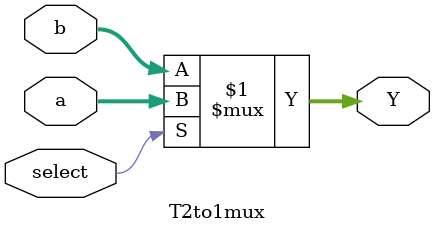
<source format=sv>
`timescale 1ns / 1ps

module T2to1mux(
    input select,
    input [3:0] a,
    input [3:0] b,
    output [3:0] Y
    );
    
    assign Y = select ? a : b;
endmodule

</source>
